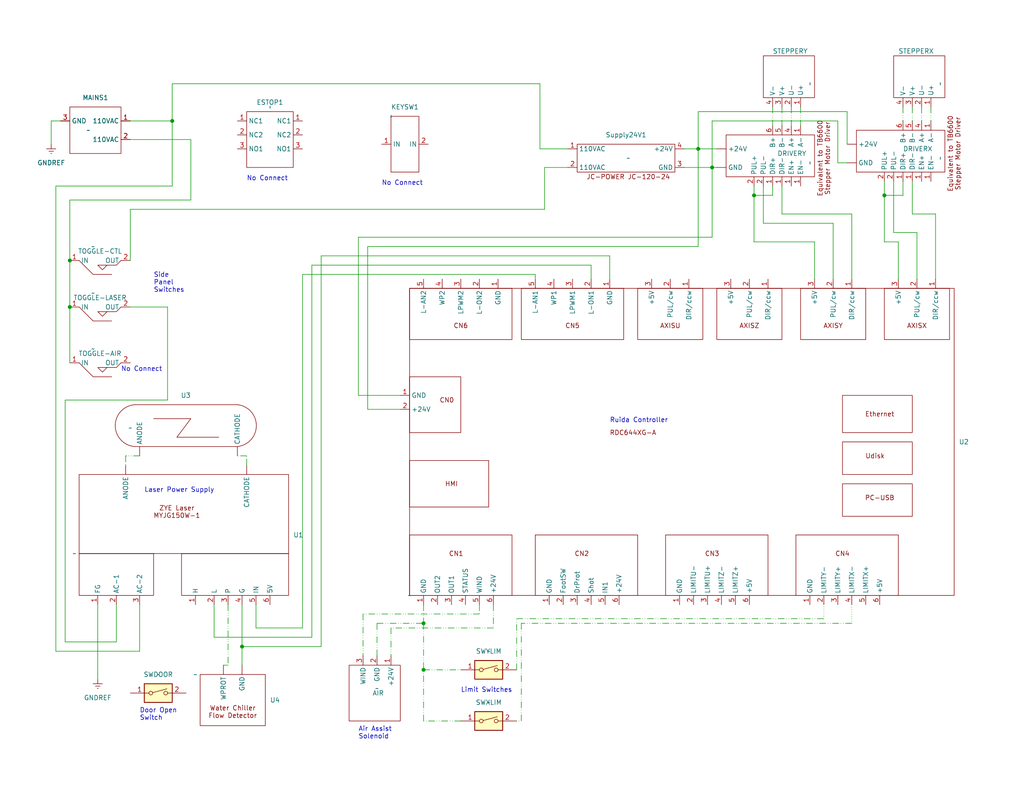
<source format=kicad_sch>
(kicad_sch (version 20230121) (generator eeschema)
  (paper "USLetter")
  (title_block (title "L-6090 Current") (date "2026-02-21") (rev "2") (company "Spark Studios") (comment 1 "Current laser cutter wiring diagram"))
  (lib_symbols
    (symbol "LaserCutterParts:24VSupply"
      (property "Reference" "Supply24V" (at 0 0 0))
      (symbol "24VSupply_0_1"
        (rectangle (start -13.97 3.81) (end 12.7 -3.81))
      )
      (symbol "24VSupply_1_1"
        (text "JC-POWER JC-120-24" (at 0 -5.08 0) (effects (font (size 1.27 1.27))))
        (pin input line (at -16.51 2.54 0) (length 2.54) (name "110VAC") (number "1"))
        (pin input line (at -16.51 -2.54 0) (length 2.54) (name "110VAC") (number "2"))
        (pin input line (at 15.24 -2.54 180) (length 2.54) (name "GND") (number "3"))
        (pin input line (at 15.24 2.54 180) (length 2.54) (name "+24V") (number "4"))
      )
    )
    (symbol "LaserCutterParts:AIR"
      (property "Reference" "AIR" (at 0 0 0))
      (symbol "AIR_0_1"
        (rectangle (start -7.62 6.35) (end 6.35 -8.89))
      )
      (symbol "AIR_1_1"
        (pin input line (at 3.81 8.89 270) (length 2.54) (name "+24V") (number "1"))
        (pin input line (at 0 8.89 270) (length 2.54) (name "GND") (number "2"))
        (pin input line (at -3.81 8.89 270) (length 2.54) (name "WIND") (number "3"))
      )
    )
    (symbol "LaserCutterParts:CHILLER"
      (property "Reference" "U" (at 0 0 0))
      (symbol "CHILLER_0_1"
        (rectangle (start 1.27 0) (end 19.05 -13.97))
      )
      (symbol "CHILLER_1_1"
        (text "Water Chiller\nFlow Detector" (at 10.16 -10.16 0) (effects (font (size 1.27 1.27))))
        (pin input line (at 12.7 2.54 270) (length 2.54) (name "GND") (number ""))
        (pin input line (at 7.62 2.54 270) (length 2.54) (name "WPROT") (number ""))
      )
    )
    (symbol "LaserCutterParts:DRIVER"
      (property "Reference" "DRIVER" (at 0 6.35 0))
      (symbol "DRIVER_0_1"
        (rectangle (start -6.35 7.62) (end 5.08 -16.51))
      )
      (symbol "DRIVER_1_1"
        (text "Equivalent to TB6600\nStepper Motor Driver" (at 0 10.16 0) (effects (font (size 1.27 1.27))))
        (pin input line (at -2.54 -19.05 90) (length 2.54) (name "+24V") (number ""))
        (pin input line (at 2.54 -19.05 90) (length 2.54) (name "GND") (number ""))
        (pin input line (at -8.89 3.81 0) (length 2.54) (name "A-") (number "1"))
        (pin input line (at 7.62 -3.81 180) (length 2.54) (name "DIR+") (number "1"))
        (pin input line (at 7.62 -1.27 180) (length 2.54) (name "DIR-") (number "1"))
        (pin input line (at 7.62 1.27 180) (length 2.54) (name "EN+") (number "1"))
        (pin input line (at 7.62 3.81 180) (length 2.54) (name "EN-") (number "1"))
        (pin input line (at 7.62 -8.89 180) (length 2.54) (name "PUL+") (number "2"))
        (pin input line (at 7.62 -6.35 180) (length 2.54) (name "PUL-") (number "2"))
        (pin input line (at -8.89 1.27 0) (length 2.54) (name "A+") (number "4"))
        (pin input line (at -8.89 -1.27 0) (length 2.54) (name "B-") (number "5"))
        (pin input line (at -8.89 -3.81 0) (length 2.54) (name "B+") (number "6"))
      )
    )
    (symbol "LaserCutterParts:ESTOP"
      (property "Reference" "ESTOP" (at 7.62 0 0))
      (symbol "ESTOP_0_1"
        (rectangle (start 1.27 6.35) (end 16.51 -6.35))
      )
      (symbol "ESTOP_1_1"
        (pin input line (at 3.81 -8.89 90) (length 2.54) (name "NC1") (number "1"))
        (pin input line (at 3.81 8.89 270) (length 2.54) (name "NC1") (number "1"))
        (pin input line (at 7.62 -8.89 90) (length 2.54) (name "NC2") (number "2"))
        (pin input line (at 7.62 8.89 270) (length 2.54) (name "NC2") (number "2"))
        (pin input line (at 11.43 -8.89 90) (length 2.54) (name "NO1") (number "3"))
        (pin input line (at 11.43 8.89 270) (length 2.54) (name "NO1") (number "3"))
      )
    )
    (symbol "LaserCutterParts:KEYSW"
      (property "Reference" "KEYSW" (at 3.81 3.81 0))
      (symbol "KEYSW_0_1"
        (rectangle (start 0 7.62) (end 15.24 0))
      )
      (symbol "KEYSW_1_1"
        (pin input line (at 7.62 -2.54 90) (length 2.54) (name "IN") (number "1"))
        (pin input line (at 7.62 10.16 270) (length 2.54) (name "IN") (number "2"))
      )
    )
    (symbol "LaserCutterParts:LTUBE"
      (property "Reference" "U" (at 0 0 0))
      (symbol "LTUBE_0_1"
        (polyline (pts (xy 1.27 -5.08) (xy 29.21 -5.08)))
        (polyline (pts (xy 1.27 6.35) (xy 29.21 6.35)))
        (polyline (pts (xy 6.35 2.54) (xy 16.51 2.54) (xy 12.7 -2.54) (xy 24.13 -2.54)))
        (arc (start 1.27 6.35) (mid -4.1105 0.635) (end 1.27 -5.08))
        (arc (start 29.21 -5.08) (mid 34.3848 0.635) (end 29.21 6.35))
      )
      (symbol "LTUBE_1_1"
        (pin input line (at 2.54 -7.62 90) (length 2.54) (name "ANODE") (number ""))
        (pin input line (at 29.21 -7.62 90) (length 2.54) (name "CATHODE") (number ""))
      )
    )
    (symbol "LaserCutterParts:MAINS"
      (property "Reference" "MAINS" (at 0 0 0))
      (symbol "MAINS_0_1"
        (rectangle (start -5.08 6.35) (end 8.89 -6.35))
      )
      (symbol "MAINS_1_1"
        (pin power_out line (at 11.43 2.54 180) (length 2.54) (name "110VAC") (number "1"))
        (pin power_out line (at 11.43 -2.54 180) (length 2.54) (name "110VAC") (number "2"))
        (pin input line (at -7.62 2.54 0) (length 2.54) (name "GND") (number "3"))
      )
    )
    (symbol "LaserCutterParts:RDC6445G"
      (property "Reference" "U" (at 0 0 0))
      (symbol "RDC6445G_0_1"
        (rectangle (start 0 16.51) (end 27.94 0))
        (rectangle (start 0 36.83) (end 21.59 24.13))
        (rectangle (start 34.29 16.51) (end 62.23 0))
        (rectangle (start 69.85 16.51) (end 97.79 0))
        (rectangle (start 105.41 16.51) (end 133.35 0))
      )
      (symbol "RDC6445G_1_1"
        (rectangle (start 0 59.69) (end 13.97 44.45))
        (rectangle (start 0 83.82) (end 27.94 69.85))
        (rectangle (start 0 83.82) (end 148.59 0))
        (rectangle (start 30.48 83.82) (end 58.42 69.85))
        (rectangle (start 62.23 83.82) (end 80.01 69.85))
        (rectangle (start 83.82 83.82) (end 101.6 69.85))
        (rectangle (start 106.68 83.82) (end 124.46 69.85))
        (rectangle (start 118.11 30.48) (end 137.16 21.59))
        (rectangle (start 118.11 41.91) (end 137.16 33.02))
        (rectangle (start 118.11 54.61) (end 137.16 44.45))
        (rectangle (start 129.54 83.82) (end 147.32 69.85))
        (text "AXISU" (at 71.12 73.66 0) (effects (font (size 1.27 1.27))))
        (text "AXISX" (at 138.43 73.66 0) (effects (font (size 1.27 1.27))))
        (text "AXISY" (at 115.57 73.66 0) (effects (font (size 1.27 1.27))))
        (text "AXISZ" (at 92.71 73.66 0) (effects (font (size 1.27 1.27))))
        (text "CN0" (at 10.16 53.34 0) (effects (font (size 1.27 1.27))))
        (text "CN1" (at 12.7 11.43 0) (effects (font (size 1.27 1.27))))
        (text "CN2" (at 46.99 11.43 0) (effects (font (size 1.27 1.27))))
        (text "CN3" (at 82.55 11.43 0) (effects (font (size 1.27 1.27))))
        (text "CN4" (at 118.11 11.43 0) (effects (font (size 1.27 1.27))))
        (text "CN5" (at 44.45 73.66 0) (effects (font (size 1.27 1.27))))
        (text "CN6" (at 13.97 73.66 0) (effects (font (size 1.27 1.27))))
        (text "Ethernet" (at 128.27 49.53 0) (effects (font (size 1.27 1.27))))
        (text "HMI" (at 11.43 30.48 0) (effects (font (size 1.27 1.27))))
        (text "PC-USB" (at 128.27 26.67 0) (effects (font (size 1.27 1.27))))
        (text "RDC644XG-A" (at 60.96 44.45 0) (effects (font (size 1.27 1.27))))
        (text "Udisk" (at 127 38.1 0) (effects (font (size 1.27 1.27))))
        (pin input line (at 76.2 86.36 270) (length 2.54) (name "DIR/ccw") (number "1"))
        (pin input line (at 97.79 86.36 270) (length 2.54) (name "DIR/ccw") (number "1"))
        (pin input line (at 120.65 86.36 270) (length 2.54) (name "DIR/ccw") (number "1"))
        (pin input line (at 143.51 86.36 270) (length 2.54) (name "DIR/ccw") (number "1"))
        (pin input line (at -2.54 54.61 0) (length 2.54) (name "GND") (number "1"))
        (pin input line (at 3.81 -2.54 90) (length 2.54) (name "GND") (number "1"))
        (pin input line (at 24.13 86.36 270) (length 2.54) (name "GND") (number "1"))
        (pin input line (at 38.1 -2.54 90) (length 2.54) (name "GND") (number "1"))
        (pin input line (at 54.61 86.36 270) (length 2.54) (name "GND") (number "1"))
        (pin input line (at 73.66 -2.54 90) (length 2.54) (name "GND") (number "1"))
        (pin input line (at 109.22 -2.54 90) (length 2.54) (name "GND") (number "1"))
        (pin input line (at -2.54 50.8 0) (length 2.54) (name "+24V") (number "2"))
        (pin input line (at 41.91 -2.54 90) (length 2.54) (name "FootSW") (number "2"))
        (pin input line (at 49.53 86.36 270) (length 2.54) (name "L-ON1") (number "2"))
        (pin input line (at 19.05 86.36 270) (length 2.54) (name "L-ON2") (number "2"))
        (pin input line (at 77.47 -2.54 90) (length 2.54) (name "LIMITU-") (number "2"))
        (pin input line (at 113.03 -2.54 90) (length 2.54) (name "LIMITY-") (number "2"))
        (pin input line (at 7.62 -2.54 90) (length 2.54) (name "OUT2") (number "2"))
        (pin input line (at 71.12 86.36 270) (length 2.54) (name "PUL/cw") (number "2"))
        (pin input line (at 92.71 86.36 270) (length 2.54) (name "PUL/cw") (number "2"))
        (pin input line (at 115.57 86.36 270) (length 2.54) (name "PUL/cw") (number "2"))
        (pin input line (at 138.43 86.36 270) (length 2.54) (name "PUL/cw") (number "2"))
        (pin input line (at 66.04 86.36 270) (length 2.54) (name "+5V") (number "3"))
        (pin input line (at 87.63 86.36 270) (length 2.54) (name "+5V") (number "3"))
        (pin input line (at 110.49 86.36 270) (length 2.54) (name "+5V") (number "3"))
        (pin input line (at 133.35 86.36 270) (length 2.54) (name "+5V") (number "3"))
        (pin input line (at 45.72 -2.54 90) (length 2.54) (name "DrProt") (number "3"))
        (pin input line (at 81.28 -2.54 90) (length 2.54) (name "LIMITU+") (number "3"))
        (pin input line (at 116.84 -2.54 90) (length 2.54) (name "LIMITY+") (number "3"))
        (pin input line (at 44.45 86.36 270) (length 2.54) (name "LPWM1") (number "3"))
        (pin input line (at 13.97 86.36 270) (length 2.54) (name "LPWM2") (number "3"))
        (pin input line (at 11.43 -2.54 90) (length 2.54) (name "OUT1") (number "3"))
        (pin input line (at 120.65 -2.54 90) (length 2.54) (name "LIMITX-") (number "4"))
        (pin input line (at 85.09 -2.54 90) (length 2.54) (name "LIMITZ-") (number "4"))
        (pin input line (at 15.24 -2.54 90) (length 2.54) (name "STATUS") (number "4"))
        (pin input line (at 49.53 -2.54 90) (length 2.54) (name "Shot") (number "4"))
        (pin input line (at 39.37 86.36 270) (length 2.54) (name "WP1") (number "4"))
        (pin input line (at 8.89 86.36 270) (length 2.54) (name "WP2") (number "4"))
        (pin input line (at 53.34 -2.54 90) (length 2.54) (name "IN1") (number "5"))
        (pin input line (at 34.29 86.36 270) (length 2.54) (name "L-AN1") (number "5"))
        (pin input line (at 3.81 86.36 270) (length 2.54) (name "L-AN2") (number "5"))
        (pin input line (at 124.46 -2.54 90) (length 2.54) (name "LIMITX+") (number "5"))
        (pin input line (at 88.9 -2.54 90) (length 2.54) (name "LIMITZ+") (number "5"))
        (pin input line (at 19.05 -2.54 90) (length 2.54) (name "WIND") (number "5"))
        (pin input line (at 22.86 -2.54 90) (length 2.54) (name "+24V") (number "6"))
        (pin input line (at 57.15 -2.54 90) (length 2.54) (name "+24V") (number "6"))
        (pin input line (at 92.71 -2.54 90) (length 2.54) (name "+5V") (number "6"))
        (pin input line (at 128.27 -2.54 90) (length 2.54) (name "+5V") (number "6"))
      )
    )
    (symbol "LaserCutterParts:STEPPER"
      (property "Reference" "STEPPER" (at 0 6.35 0))
      (symbol "STEPPER_0_1"
        (rectangle (start -6.35 7.62) (end 5.08 -6.35))
      )
      (symbol "STEPPER_1_1"
        (pin input line (at 7.62 3.81 180) (length 2.54) (name "U+") (number "1"))
        (pin input line (at 7.62 1.27 180) (length 2.54) (name "U-") (number "2"))
        (pin input line (at 7.62 -1.27 180) (length 2.54) (name "V+") (number "3"))
        (pin input line (at 7.62 -3.81 180) (length 2.54) (name "V-") (number "4"))
      )
    )
    (symbol "LaserCutterParts:SW_DIP_x01" (pin_names (offset 0) hide)
      (property "Reference" "SW" (at 0 3.81 0))
      (property "Value" "SW_DIP_x01" (at 0 -3.81 0))
      (symbol "SW_DIP_x01_0_0"
        (circle (center -2.032 0) (radius 0.508))
        (polyline (pts (xy -1.524 0.127) (xy 2.3622 1.1684)))
        (circle (center 2.032 0) (radius 0.508))
      )
      (symbol "SW_DIP_x01_0_1"
        (rectangle (start -3.81 2.54) (end 3.81 -2.54) (stroke (width 0.254)) (fill (type background)))
      )
      (symbol "SW_DIP_x01_1_1"
        (pin passive line (at -7.62 0 0) (length 5.08) (name "~") (number "1"))
        (pin passive line (at 7.62 0 180) (length 5.08) (name "~") (number "2"))
      )
    )
    (symbol "LaserCutterParts:TOGGLE"
      (property "Reference" "TOGGLE" (at 0 0 0))
      (symbol "TOGGLE_0_1"
        (polyline (pts (xy -3.81 -3.81) (xy 0 -7.62) (xy 5.08 -7.62)))
        (polyline (pts (xy 7.62 -3.81) (xy 6.35 -5.08) (xy 1.27 -5.08) (xy 2.54 -6.35) (xy 3.81 -5.08)))
      )
      (symbol "TOGGLE_1_1"
        (pin power_in line (at -6.35 -3.81 0) (length 2.54) (name "IN") (number "1"))
        (pin power_out line (at 10.16 -3.81 180) (length 2.54) (name "OUT") (number "2"))
      )
    )
    (symbol "LaserCutterParts:ZYE-MYJ150W-1"
      (property "Reference" "U" (at -1.27 0 0))
      (symbol "ZYE-MYJ150W-1_0_1"
        (rectangle (start 1.27 0) (end 21.59 -11.43))
        (rectangle (start 1.27 21.59) (end 58.42 0))
        (rectangle (start 29.21 0) (end 58.42 -11.43))
      )
      (symbol "ZYE-MYJ150W-1_1_1"
        (text "ZYE Laser\nMYJG150W-1" (at 27.94 11.43 0) (effects (font (size 1.27 1.27))))
        (pin power_out line (at 13.97 24.13 270) (length 2.54) (name "ANODE") (number ""))
        (pin power_out line (at 46.99 24.13 270) (length 2.54) (name "CATHODE") (number ""))
        (pin input line (at 6.35 -13.97 90) (length 2.54) (name "FG") (number "1"))
        (pin input line (at 33.02 -13.97 90) (length 2.54) (name "H") (number "1"))
        (pin input line (at 11.43 -13.97 90) (length 2.54) (name "AC-1") (number "2"))
        (pin input line (at 38.1 -13.97 90) (length 2.54) (name "L") (number "2"))
        (pin input line (at 17.78 -13.97 90) (length 2.54) (name "AC-2") (number "3"))
        (pin input line (at 41.91 -13.97 90) (length 2.54) (name "P") (number "3"))
        (pin input line (at 45.72 -13.97 90) (length 2.54) (name "G") (number "4"))
        (pin input line (at 49.53 -13.97 90) (length 2.54) (name "IN") (number "5"))
        (pin input line (at 53.34 -13.97 90) (length 2.54) (name "5V") (number "6"))
      )
    )
    (symbol "Switch:SW_DIP_x01" (pin_names (offset 0) hide)
      (property "Reference" "SW" (at 0 3.81 0))
      (property "Value" "SW_DIP_x01" (at 0 -3.81 0))
      (symbol "SW_DIP_x01_0_0"
        (circle (center -2.032 0) (radius 0.508))
        (polyline (pts (xy -1.524 0.127) (xy 2.3622 1.1684)))
        (circle (center 2.032 0) (radius 0.508))
      )
      (symbol "SW_DIP_x01_0_1"
        (rectangle (start -3.81 2.54) (end 3.81 -2.54) (stroke (width 0.254)) (fill (type background)))
      )
      (symbol "SW_DIP_x01_1_1"
        (pin passive line (at -7.62 0 0) (length 5.08) (name "~") (number "1"))
        (pin passive line (at 7.62 0 180) (length 5.08) (name "~") (number "2"))
      )
    )
    (symbol "power:GNDREF" (power) (pin_names (offset 0))
      (property "Value" "GNDREF" (at 0 -3.81 0))
      (symbol "GNDREF_0_1"
        (polyline (pts (xy -0.635 -1.905) (xy 0.635 -1.905)))
        (polyline (pts (xy -0.127 -2.54) (xy 0.127 -2.54)))
        (polyline (pts (xy 0 -1.27) (xy 0 0)))
        (polyline (pts (xy 1.27 -1.27) (xy -1.27 -1.27)))
      )
      (symbol "GNDREF_1_1"
        (pin power_in line (at 0 0 270) (length 0) hide (name "GNDREF") (number "1"))
      )
    )
  )
  (junction (at 205.74 53.34))
  (junction (at 115.57 170.18))
  (junction (at 66.04 176.53))
  (junction (at 115.57 182.88))
  (junction (at 19.05 83.82))
  (junction (at 19.05 71.12))
  (junction (at 190.5 40.64))
  (junction (at 241.3 53.34))
  (junction (at 46.99 33.02))
  (junction (at 194.31 45.72))
  (wire (pts (xy 46.99 22.86) (xy 147.32 22.86)))
  (wire (pts (xy 190.5 67.31) (xy 100.33 67.31)))
  (wire (pts (xy 194.31 33.02) (xy 228.6 33.02)))
  (wire (pts (xy 19.05 71.12) (xy 19.05 83.82)))
  (wire (pts (xy 87.63 176.53) (xy 66.04 176.53)))
  (wire (pts (xy 190.5 40.64) (xy 195.58 40.64)))
  (wire (pts (xy 46.99 33.02) (xy 46.99 22.86)))
  (wire (pts (xy 115.57 196.85) (xy 115.57 182.88)) (stroke (width 0) (type dash_dot_dot)))
  (wire (pts (xy 66.04 165.1) (xy 66.04 176.53)))
  (wire (pts (xy 58.42 165.1) (xy 58.42 173.99)))
  (wire (pts (xy 115.57 165.1) (xy 115.57 170.18)) (stroke (width 0) (type dash_dot_dot)))
  (wire (pts (xy 208.28 60.96) (xy 208.28 50.8)))
  (wire (pts (xy 35.56 38.1) (xy 52.07 38.1)))
  (wire (pts (xy 186.69 40.64) (xy 190.5 40.64)))
  (wire (pts (xy 15.24 50.8) (xy 15.24 177.8)))
  (wire (pts (xy 34.29 124.46) (xy 34.29 127)) (stroke (width 0) (type dash_dot_dot)))
  (wire (pts (xy 102.87 179.07) (xy 102.87 170.18)) (stroke (width 0) (type dash_dot_dot)))
  (wire (pts (xy 85.09 72.39) (xy 161.29 72.39)))
  (wire (pts (xy 245.11 66.04) (xy 241.3 66.04)))
  (wire (pts (xy 15.24 177.8) (xy 38.1 177.8)))
  (wire (pts (xy 85.09 173.99) (xy 58.42 173.99)))
  (wire (pts (xy 35.56 33.02) (xy 46.99 33.02)))
  (wire (pts (xy 241.3 53.34) (xy 246.38 53.34)))
  (wire (pts (xy 35.56 57.15) (xy 35.56 71.12)))
  (wire (pts (xy 19.05 54.61) (xy 19.05 71.12)))
  (wire (pts (xy 15.24 50.8) (xy 46.99 50.8)))
  (wire (pts (xy 142.24 170.18) (xy 142.24 196.85)) (stroke (width 0) (type dash_dot_dot)))
  (wire (pts (xy 246.38 29.21) (xy 246.38 33.02)) (stroke (width 0) (type dash_dot_dot)))
  (wire (pts (xy 224.79 168.91) (xy 224.79 165.1)) (stroke (width 0) (type dot)))
  (wire (pts (xy 16.51 33.02) (xy 13.97 33.02)))
  (wire (pts (xy 228.6 44.45) (xy 231.14 44.45)))
  (wire (pts (xy 148.59 45.72) (xy 154.94 45.72)))
  (wire (pts (xy 248.92 58.42) (xy 248.92 49.53)))
  (wire (pts (xy 35.56 83.82) (xy 45.72 83.82)))
  (wire (pts (xy 241.3 53.34) (xy 241.3 49.53)))
  (wire (pts (xy 190.5 30.48) (xy 190.5 40.64)))
  (wire (pts (xy 215.9 29.21) (xy 215.9 34.29)) (stroke (width 0) (type dash_dot_dot)))
  (wire (pts (xy 232.41 58.42) (xy 213.36 58.42)))
  (wire (pts (xy 241.3 66.04) (xy 241.3 53.34)))
  (wire (pts (xy 140.97 182.88) (xy 140.97 168.91)) (stroke (width 0) (type dash_dot_dot)))
  (wire (pts (xy 115.57 170.18) (xy 115.57 182.88)) (stroke (width 0) (type dash_dot_dot)))
  (wire (pts (xy 38.1 165.1) (xy 38.1 177.8)))
  (wire (pts (xy 246.38 49.53) (xy 246.38 53.34)))
  (wire (pts (xy 134.62 171.45) (xy 106.68 171.45)) (stroke (width 0) (type dash_dot_dot)))
  (wire (pts (xy 147.32 22.86) (xy 147.32 40.64)))
  (wire (pts (xy 85.09 72.39) (xy 85.09 173.99)))
  (wire (pts (xy 19.05 54.61) (xy 52.07 54.61)))
  (wire (pts (xy 245.11 76.2) (xy 245.11 66.04)))
  (wire (pts (xy 97.79 107.95) (xy 109.22 107.95)))
  (wire (pts (xy 38.1 124.46) (xy 34.29 124.46)) (stroke (width 0) (type dash_dot_dot)))
  (wire (pts (xy 31.75 175.26) (xy 31.75 165.1)))
  (wire (pts (xy 231.14 30.48) (xy 231.14 39.37)))
  (wire (pts (xy 45.72 83.82) (xy 45.72 109.22)))
  (wire (pts (xy 26.67 165.1) (xy 26.67 185.42)))
  (wire (pts (xy 67.31 124.46) (xy 64.77 124.46)) (stroke (width 0) (type dash_dot_dot)))
  (wire (pts (xy 52.07 54.61) (xy 52.07 38.1)))
  (wire (pts (xy 102.87 170.18) (xy 115.57 170.18)) (stroke (width 0) (type dash_dot_dot)))
  (wire (pts (xy 166.37 69.85) (xy 166.37 76.2)))
  (wire (pts (xy 35.56 57.15) (xy 148.59 57.15)))
  (wire (pts (xy 148.59 57.15) (xy 148.59 45.72)))
  (wire (pts (xy 228.6 33.02) (xy 228.6 44.45)))
  (wire (pts (xy 254 29.21) (xy 254 33.02)) (stroke (width 0) (type dash_dot_dot)))
  (wire (pts (xy 232.41 165.1) (xy 232.41 170.18)) (stroke (width 0) (type dot)))
  (wire (pts (xy 147.32 40.64) (xy 154.94 40.64)))
  (wire (pts (xy 205.74 53.34) (xy 205.74 50.8)))
  (wire (pts (xy 194.31 45.72) (xy 194.31 33.02)))
  (wire (pts (xy 130.81 167.64) (xy 99.06 167.64)) (stroke (width 0) (type dash_dot_dot)))
  (wire (pts (xy 213.36 29.21) (xy 213.36 34.29)) (stroke (width 0) (type dash_dot_dot)))
  (wire (pts (xy 140.97 168.91) (xy 224.79 168.91)) (stroke (width 0) (type dash_dot_dot)))
  (wire (pts (xy 161.29 72.39) (xy 161.29 76.2)))
  (wire (pts (xy 190.5 40.64) (xy 190.5 67.31)))
  (wire (pts (xy 82.55 74.93) (xy 146.05 74.93)))
  (wire (pts (xy 100.33 67.31) (xy 100.33 111.76)))
  (wire (pts (xy 97.79 64.77) (xy 194.31 64.77)))
  (wire (pts (xy 251.46 29.21) (xy 251.46 33.02)) (stroke (width 0) (type dash_dot_dot)))
  (wire (pts (xy 194.31 45.72) (xy 194.31 64.77)))
  (wire (pts (xy 87.63 69.85) (xy 87.63 176.53)))
  (wire (pts (xy 205.74 66.04) (xy 205.74 53.34)))
  (wire (pts (xy 46.99 33.02) (xy 46.99 50.8)))
  (wire (pts (xy 218.44 29.21) (xy 218.44 34.29)) (stroke (width 0) (type dash_dot_dot)))
  (wire (pts (xy 140.97 196.85) (xy 142.24 196.85)) (stroke (width 0) (type dot)))
  (wire (pts (xy 115.57 182.88) (xy 125.73 182.88)) (stroke (width 0) (type dash_dot_dot)))
  (wire (pts (xy 60.96 181.61) (xy 62.23 181.61)) (stroke (width 0) (type dash_dot_dot)))
  (wire (pts (xy 222.25 76.2) (xy 222.25 66.04)))
  (wire (pts (xy 232.41 170.18) (xy 142.24 170.18)) (stroke (width 0) (type dash_dot_dot)))
  (wire (pts (xy 125.73 196.85) (xy 115.57 196.85)) (stroke (width 0) (type dash_dot_dot)))
  (wire (pts (xy 210.82 50.8) (xy 210.82 53.34)))
  (wire (pts (xy 227.33 60.96) (xy 208.28 60.96)))
  (wire (pts (xy 248.92 29.21) (xy 248.92 33.02)) (stroke (width 0) (type dash_dot_dot)))
  (wire (pts (xy 146.05 74.93) (xy 146.05 76.2)))
  (wire (pts (xy 67.31 127) (xy 67.31 124.46)) (stroke (width 0) (type dash_dot_dot)))
  (wire (pts (xy 194.31 45.72) (xy 195.58 45.72)))
  (wire (pts (xy 19.05 83.82) (xy 19.05 99.06)))
  (wire (pts (xy 250.19 76.2) (xy 250.19 63.5)))
  (wire (pts (xy 66.04 176.53) (xy 66.04 181.61)))
  (wire (pts (xy 69.85 165.1) (xy 69.85 171.45)))
  (wire (pts (xy 87.63 69.85) (xy 166.37 69.85)))
  (wire (pts (xy 134.62 165.1) (xy 134.62 171.45)) (stroke (width 0) (type dash_dot_dot)))
  (wire (pts (xy 17.78 175.26) (xy 31.75 175.26)))
  (wire (pts (xy 130.81 165.1) (xy 130.81 167.64)) (stroke (width 0) (type dash_dot_dot)))
  (wire (pts (xy 13.97 33.02) (xy 13.97 39.37)))
  (wire (pts (xy 45.72 109.22) (xy 17.78 109.22)))
  (wire (pts (xy 190.5 30.48) (xy 231.14 30.48)))
  (wire (pts (xy 210.82 29.21) (xy 210.82 34.29)) (stroke (width 0) (type dash_dot_dot)))
  (wire (pts (xy 99.06 167.64) (xy 99.06 179.07)) (stroke (width 0) (type dash_dot_dot)))
  (wire (pts (xy 100.33 111.76) (xy 109.22 111.76)))
  (wire (pts (xy 227.33 76.2) (xy 227.33 60.96)))
  (wire (pts (xy 232.41 76.2) (xy 232.41 58.42)))
  (wire (pts (xy 205.74 53.34) (xy 210.82 53.34)))
  (wire (pts (xy 222.25 66.04) (xy 205.74 66.04)))
  (wire (pts (xy 62.23 165.1) (xy 62.23 181.61)) (stroke (width 0) (type dash_dot_dot)))
  (wire (pts (xy 106.68 171.45) (xy 106.68 179.07)) (stroke (width 0) (type dash_dot_dot)))
  (wire (pts (xy 97.79 64.77) (xy 97.79 107.95)))
  (wire (pts (xy 213.36 58.42) (xy 213.36 50.8)))
  (wire (pts (xy 17.78 109.22) (xy 17.78 175.26)))
  (wire (pts (xy 82.55 171.45) (xy 69.85 171.45)))
  (wire (pts (xy 82.55 74.93) (xy 82.55 171.45)))
  (wire (pts (xy 255.27 58.42) (xy 248.92 58.42)))
  (wire (pts (xy 186.69 45.72) (xy 194.31 45.72)))
  (wire (pts (xy 255.27 76.2) (xy 255.27 58.42)))
  (wire (pts (xy 250.19 63.5) (xy 243.84 63.5)))
  (wire (pts (xy 243.84 63.5) (xy 243.84 49.53)))
  (text "No Connect" (at 33.02 101.6 0) (effects (font (size 1.27 1.27)) (justify left bottom)))
  (text "Side\nPanel\nSwitches" (at 41.91 80.01 0) (effects (font (size 1.27 1.27)) (justify left bottom)))
  (text "Air Assist\nSolenoid" (at 97.79 201.93 0) (effects (font (size 1.27 1.27)) (justify left bottom)))
  (text "No Connect" (at 67.31 49.53 0) (effects (font (size 1.27 1.27)) (justify left bottom)))
  (text "Door Open\nSwitch" (at 38.1 196.85 0) (effects (font (size 1.27 1.27)) (justify left bottom)))
  (text "No Connect" (at 104.14 50.8 0) (effects (font (size 1.27 1.27)) (justify left bottom)))
  (text "Ruida Controller" (at 166.37 115.57 0) (effects (font (size 1.27 1.27)) (justify left bottom)))
  (text "Laser Power Supply" (at 39.37 134.62 0) (effects (font (size 1.27 1.27)) (justify left bottom)))
  (text "Limit Switches" (at 125.73 189.23 0) (effects (font (size 1.27 1.27)) (justify left bottom)))
  (symbol (lib_id "LaserCutterParts:STEPPER") (at 214.63 21.59 270) (unit 1)
    (property "Reference" "STEPPERY" (at 210.82 13.97 90) (effects (justify left)))
    (property "Value" "~" (at 220.98 22.86 0))
  )
  (symbol (lib_id "LaserCutterParts:TOGGLE") (at 25.4 67.31 0) (unit 1)
    (property "Reference" "TOGGLE-CTL" (at 27.305 68.58 0))
    (property "Value" "~" (at 25.4 67.31 0))
  )
  (symbol (lib_id "LaserCutterParts:CHILLER") (at 53.34 184.15 0) (unit 1)
    (property "Reference" "U4" (at 73.66 191.135 0) (effects (justify left)))
    (property "Value" "~" (at 53.34 184.15 0))
  )
  (symbol (lib_id "LaserCutterParts:AIR") (at 102.87 187.96 0) (unit 1)
    (property "Reference" "AIR" (at 101.6 189.23 0) (effects (justify left)))
    (property "Value" "~" (at 102.87 187.96 0))
  )
  (symbol (lib_id "power:GNDREF") (at 26.67 185.42 0) (unit 1)
    (property "Reference" "#PWR01" (effects hide))
    (property "Value" "GNDREF" (at 26.67 190.5 0))
  )
  (symbol (lib_id "Switch:SW_DIP_x01") (at 133.35 196.85 0) (unit 1)
    (property "Reference" "SWXLIM" (at 133.35 191.77 0))
    (property "Value" "~" (at 133.35 191.77 0))
  )
  (symbol (lib_id "LaserCutterParts:ZYE-MYJ150W-1") (at 20.32 151.13 0) (unit 1)
    (property "Reference" "U1" (at 80.01 146.05 0) (effects (justify left)))
    (property "Value" "~" (at 20.32 151.13 0))
  )
  (symbol (lib_id "LaserCutterParts:STEPPER") (at 250.19 21.59 270) (unit 1)
    (property "Reference" "STEPPERX" (at 245.11 13.97 90) (effects (justify left)))
    (property "Value" "~" (at 256.54 22.86 0))
  )
  (symbol (lib_id "LaserCutterParts:RDC6445G") (at 111.76 162.56 0) (unit 1)
    (property "Reference" "U2" (at 261.62 120.65 0) (effects (justify left)))
    (property "Value" "~" (at 111.76 162.56 0))
  )
  (symbol (lib_id "LaserCutterParts:24VSupply") (at 171.45 43.18 0) (unit 1)
    (property "Reference" "Supply24V1" (at 170.815 36.83 0))
    (property "Value" "~" (at 171.45 43.18 0))
  )
  (symbol (lib_id "Switch:SW_DIP_x01") (at 133.35 182.88 0) (unit 1)
    (property "Reference" "SWYLIM" (at 133.35 177.8 0))
    (property "Value" "~" (at 133.35 177.8 0))
  )
  (symbol (lib_id "LaserCutterParts:TOGGLE") (at 25.4 80.01 0) (unit 1)
    (property "Reference" "TOGGLE-LASER" (at 27.305 81.28 0))
    (property "Value" "~" (at 25.4 80.01 0))
  )
  (symbol (lib_id "LaserCutterParts:DRIVER") (at 250.19 41.91 270) (unit 1)
    (property "Reference" "DRIVERX" (at 246.38 40.64 90) (effects (justify left)))
    (property "Value" "~" (at 256.54 43.18 0))
  )
  (symbol (lib_id "LaserCutterParts:MAINS") (at 24.13 35.56 0) (unit 1)
    (property "Reference" "MAINS1" (at 26.035 26.67 0))
    (property "Value" "~" (at 24.13 35.56 0))
  )
  (symbol (lib_id "LaserCutterParts:TOGGLE") (at 25.4 95.25 0) (unit 1)
    (property "Reference" "TOGGLE-AIR" (at 27.305 96.52 0))
    (property "Value" "~" (at 25.4 95.25 0))
  )
  (symbol (lib_id "LaserCutterParts:DRIVER") (at 214.63 43.18 270) (unit 1)
    (property "Reference" "DRIVERY" (at 212.09 41.91 90) (effects (justify left)))
    (property "Value" "~" (at 220.98 44.45 0))
  )
  (symbol (lib_id "power:GNDREF") (at 13.97 39.37 0) (unit 1)
    (property "Reference" "#PWR03" (effects hide))
    (property "Value" "GNDREF" (at 13.97 44.45 0))
  )
  (symbol (lib_id "LaserCutterParts:SW_DIP_x01") (at 43.18 189.23 0) (unit 1)
    (property "Reference" "SWDOOR" (at 43.18 184.15 0))
    (property "Value" "~" (at 43.18 184.15 0))
  )
  (symbol (lib_id "LaserCutterParts:ESTOP") (at 73.66 29.21 270) (unit 1)
    (property "Reference" "ESTOP1" (at 73.66 27.94 90))
    (property "Value" "~" (at 73.66 29.21 0))
  )
  (symbol (lib_id "LaserCutterParts:KEYSW") (at 106.68 31.75 270) (unit 1)
    (property "Reference" "KEYSW1" (at 110.49 29.21 90))
    (property "Value" "~" (at 106.68 31.75 0))
  )
  (symbol (lib_id "LaserCutterParts:LTUBE") (at 35.56 116.84 0) (unit 1)
    (property "Reference" "U3" (at 50.6973 107.95 0))
    (property "Value" "~" (at 35.56 116.84 0))
  )
)
</source>
